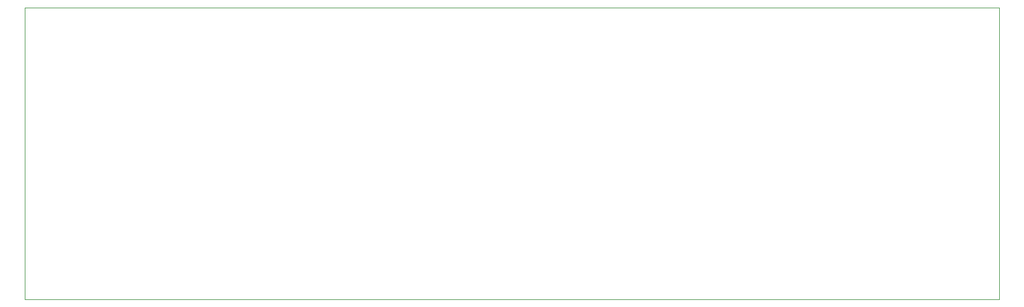
<source format=gm1>
G04 #@! TF.GenerationSoftware,KiCad,Pcbnew,(5.0.0)*
G04 #@! TF.CreationDate,2018-11-01T18:13:55-10:00*
G04 #@! TF.ProjectId,dstat-mainboard,64737461742D6D61696E626F6172642E,1.2.3*
G04 #@! TF.SameCoordinates,Original*
G04 #@! TF.FileFunction,Profile,NP*
%FSLAX46Y46*%
G04 Gerber Fmt 4.6, Leading zero omitted, Abs format (unit mm)*
G04 Created by KiCad (PCBNEW (5.0.0)) date 11/01/18 18:13:55*
%MOMM*%
%LPD*%
G01*
G04 APERTURE LIST*
%ADD10C,0.100000*%
G04 APERTURE END LIST*
D10*
X226000000Y-81470000D02*
X226000000Y-123400000D01*
X86300000Y-123400000D02*
X86300000Y-81470000D01*
X226000000Y-123400000D02*
X86300000Y-123400000D01*
X86300000Y-81470000D02*
X226000000Y-81470000D01*
M02*

</source>
